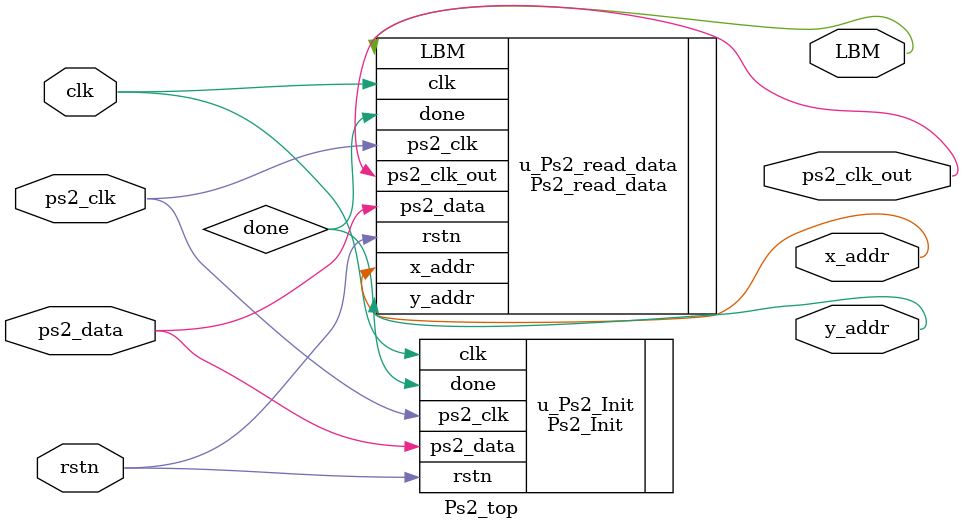
<source format=v>




module Ps2_top 
    (
        input     clk,
        input     rstn,
        inout     ps2_clk,
        inout     ps2_data,
        output    x_addr,
        output    y_addr,
        output    LBM,
        output    ps2_clk_out
    );
    
    wire done;

    Ps2_Init u_Ps2_Init
        (
            .clk(clk),
            .rstn(rstn),
            .ps2_clk(ps2_clk),
            .ps2_data(ps2_data),
            .done(done)
        );
    Ps2_read_data u_Ps2_read_data
        (
            .clk(clk),
            .rstn(rstn),
            .done(done),
            .ps2_clk(ps2_clk),
            .ps2_data(ps2_data),
            .ps2_clk_out(ps2_clk_out),
            .x_addr(x_addr),
            .y_addr(y_addr),
            .LBM(LBM)
        );
endmodule   
</source>
